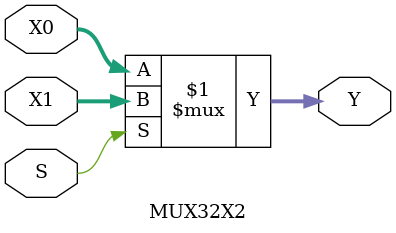
<source format=v>
`timescale 1ns / 1ps

module MUX32X2 (
    input [31: 0] X1, X0,
    input S,
    output wire [31: 0] Y
);
    assign Y = S ? X1 : X0;
endmodule
</source>
